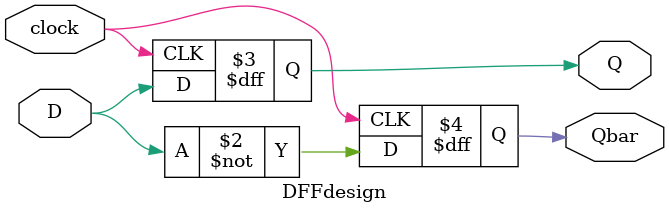
<source format=sv>
`timescale 1ns / 1ps

module DFFdesign( input      D,
                  input      clock,
                  output reg Q,
                  output reg Qbar
                );
    
    always_ff @ (posedge clock)
    begin
        Q    <= D;
        Qbar <= ~D;
    end
                    
endmodule

</source>
